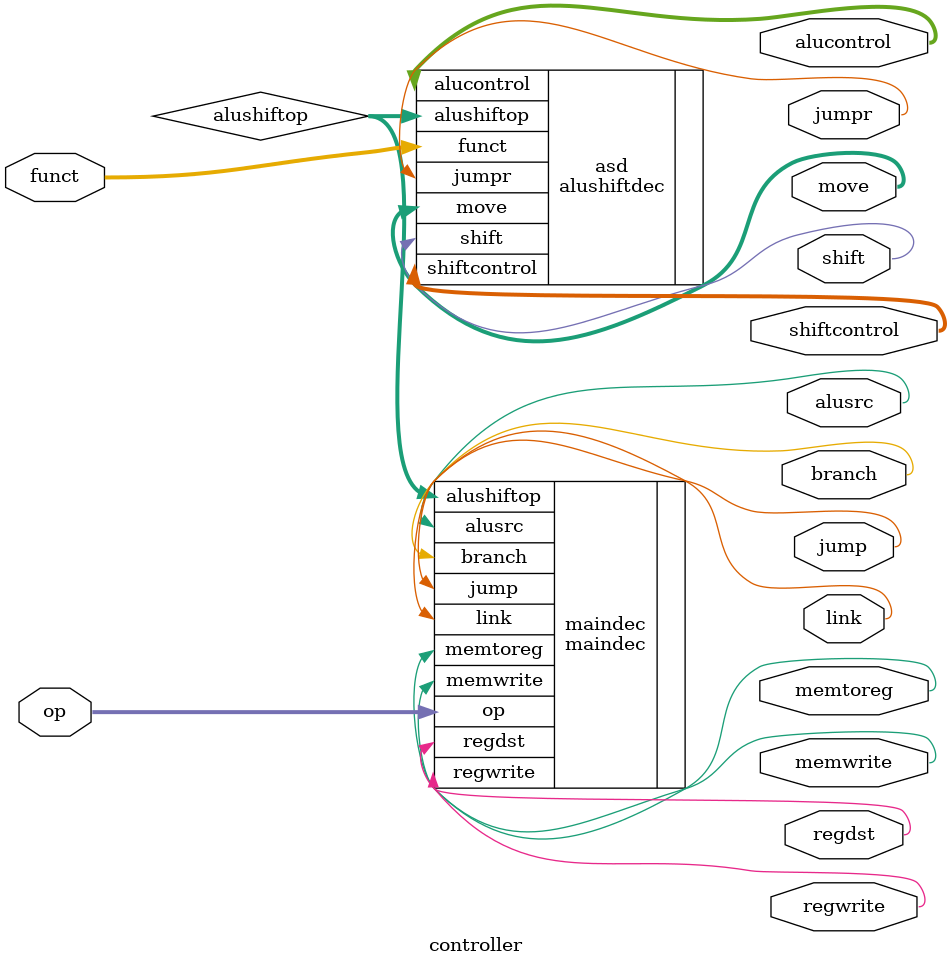
<source format=v>
module controller(
						input  [5:0] op, 
						input  [5:0] funct,
						output       memtoreg, 
						output       memwrite,
						output       branch,
						output       alusrc,
						output       regdst, 
						output       regwrite,
						output       jump,
						output       link,
						output       shift,
						output       jumpr,
						output [2:0] alucontrol,
						output [1:0] shiftcontrol,
						output [1:0] move
						);
	
	wire [1:0] alushiftop;
	maindec maindec(
		.op(op),
		.memtoreg(memtoreg),
		.memwrite(memwrite),
		.branch(branch),
		.alusrc(alusrc),
		.regdst(regdst),
		.regwrite(regwrite),
		.jump(jump),
		.link(link),
		.alushiftop(alushiftop)
	);
	alushiftdec asd(
		.funct(funct),
		.alushiftop(alushiftop),
		.alucontrol(alucontrol),
		.shiftcontrol(shiftcontrol),
		.shift(shift),
		.jumpr(jumpr),
		.move(move)
	);
endmodule

</source>
